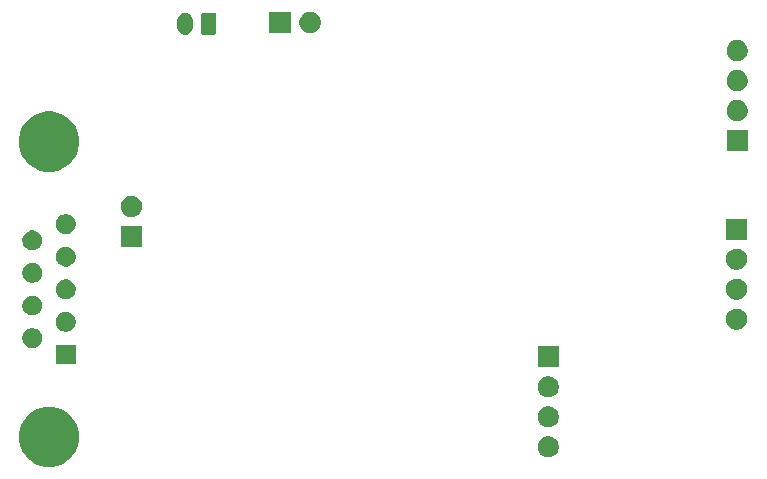
<source format=gbs>
G04 #@! TF.GenerationSoftware,KiCad,Pcbnew,(5.1.5-0)*
G04 #@! TF.CreationDate,2021-10-28T15:17:10-06:00*
G04 #@! TF.ProjectId,square_lockin,73717561-7265-45f6-9c6f-636b696e2e6b,rev?*
G04 #@! TF.SameCoordinates,Original*
G04 #@! TF.FileFunction,Soldermask,Bot*
G04 #@! TF.FilePolarity,Negative*
%FSLAX46Y46*%
G04 Gerber Fmt 4.6, Leading zero omitted, Abs format (unit mm)*
G04 Created by KiCad (PCBNEW (5.1.5-0)) date 2021-10-28 15:17:10*
%MOMM*%
%LPD*%
G04 APERTURE LIST*
%ADD10C,0.100000*%
G04 APERTURE END LIST*
D10*
G36*
X117474098Y-93627033D02*
G01*
X117905309Y-93805646D01*
X117938352Y-93819333D01*
X118356168Y-94098509D01*
X118711491Y-94453832D01*
X118947326Y-94806784D01*
X118990668Y-94871650D01*
X119182967Y-95335902D01*
X119281000Y-95828747D01*
X119281000Y-96331253D01*
X119182967Y-96824098D01*
X119034383Y-97182812D01*
X118990667Y-97288352D01*
X118711491Y-97706168D01*
X118356168Y-98061491D01*
X117938352Y-98340667D01*
X117938351Y-98340668D01*
X117938350Y-98340668D01*
X117474098Y-98532967D01*
X116981253Y-98631000D01*
X116478747Y-98631000D01*
X115985902Y-98532967D01*
X115521650Y-98340668D01*
X115521649Y-98340668D01*
X115521648Y-98340667D01*
X115103832Y-98061491D01*
X114748509Y-97706168D01*
X114469333Y-97288352D01*
X114425617Y-97182812D01*
X114277033Y-96824098D01*
X114179000Y-96331253D01*
X114179000Y-95828747D01*
X114277033Y-95335902D01*
X114469332Y-94871650D01*
X114512674Y-94806784D01*
X114748509Y-94453832D01*
X115103832Y-94098509D01*
X115521648Y-93819333D01*
X115554691Y-93805646D01*
X115985902Y-93627033D01*
X116478747Y-93529000D01*
X116981253Y-93529000D01*
X117474098Y-93627033D01*
G37*
G36*
X159113512Y-96023927D02*
G01*
X159262812Y-96053624D01*
X159426784Y-96121544D01*
X159574354Y-96220147D01*
X159699853Y-96345646D01*
X159798456Y-96493216D01*
X159866376Y-96657188D01*
X159901000Y-96831259D01*
X159901000Y-97008741D01*
X159866376Y-97182812D01*
X159798456Y-97346784D01*
X159699853Y-97494354D01*
X159574354Y-97619853D01*
X159426784Y-97718456D01*
X159262812Y-97786376D01*
X159113512Y-97816073D01*
X159088742Y-97821000D01*
X158911258Y-97821000D01*
X158886488Y-97816073D01*
X158737188Y-97786376D01*
X158573216Y-97718456D01*
X158425646Y-97619853D01*
X158300147Y-97494354D01*
X158201544Y-97346784D01*
X158133624Y-97182812D01*
X158099000Y-97008741D01*
X158099000Y-96831259D01*
X158133624Y-96657188D01*
X158201544Y-96493216D01*
X158300147Y-96345646D01*
X158425646Y-96220147D01*
X158573216Y-96121544D01*
X158737188Y-96053624D01*
X158886488Y-96023927D01*
X158911258Y-96019000D01*
X159088742Y-96019000D01*
X159113512Y-96023927D01*
G37*
G36*
X159113512Y-93483927D02*
G01*
X159262812Y-93513624D01*
X159426784Y-93581544D01*
X159574354Y-93680147D01*
X159699853Y-93805646D01*
X159798456Y-93953216D01*
X159866376Y-94117188D01*
X159901000Y-94291259D01*
X159901000Y-94468741D01*
X159866376Y-94642812D01*
X159798456Y-94806784D01*
X159699853Y-94954354D01*
X159574354Y-95079853D01*
X159426784Y-95178456D01*
X159262812Y-95246376D01*
X159113512Y-95276073D01*
X159088742Y-95281000D01*
X158911258Y-95281000D01*
X158886488Y-95276073D01*
X158737188Y-95246376D01*
X158573216Y-95178456D01*
X158425646Y-95079853D01*
X158300147Y-94954354D01*
X158201544Y-94806784D01*
X158133624Y-94642812D01*
X158099000Y-94468741D01*
X158099000Y-94291259D01*
X158133624Y-94117188D01*
X158201544Y-93953216D01*
X158300147Y-93805646D01*
X158425646Y-93680147D01*
X158573216Y-93581544D01*
X158737188Y-93513624D01*
X158886488Y-93483927D01*
X158911258Y-93479000D01*
X159088742Y-93479000D01*
X159113512Y-93483927D01*
G37*
G36*
X159113512Y-90943927D02*
G01*
X159262812Y-90973624D01*
X159426784Y-91041544D01*
X159574354Y-91140147D01*
X159699853Y-91265646D01*
X159798456Y-91413216D01*
X159866376Y-91577188D01*
X159901000Y-91751259D01*
X159901000Y-91928741D01*
X159866376Y-92102812D01*
X159798456Y-92266784D01*
X159699853Y-92414354D01*
X159574354Y-92539853D01*
X159426784Y-92638456D01*
X159262812Y-92706376D01*
X159113512Y-92736073D01*
X159088742Y-92741000D01*
X158911258Y-92741000D01*
X158886488Y-92736073D01*
X158737188Y-92706376D01*
X158573216Y-92638456D01*
X158425646Y-92539853D01*
X158300147Y-92414354D01*
X158201544Y-92266784D01*
X158133624Y-92102812D01*
X158099000Y-91928741D01*
X158099000Y-91751259D01*
X158133624Y-91577188D01*
X158201544Y-91413216D01*
X158300147Y-91265646D01*
X158425646Y-91140147D01*
X158573216Y-91041544D01*
X158737188Y-90973624D01*
X158886488Y-90943927D01*
X158911258Y-90939000D01*
X159088742Y-90939000D01*
X159113512Y-90943927D01*
G37*
G36*
X159901000Y-90201000D02*
G01*
X158099000Y-90201000D01*
X158099000Y-88399000D01*
X159901000Y-88399000D01*
X159901000Y-90201000D01*
G37*
G36*
X118988500Y-89938500D02*
G01*
X117311500Y-89938500D01*
X117311500Y-88261500D01*
X118988500Y-88261500D01*
X118988500Y-89938500D01*
G37*
G36*
X115554581Y-86913723D02*
G01*
X115707178Y-86976930D01*
X115844512Y-87068694D01*
X115961306Y-87185488D01*
X116053070Y-87322822D01*
X116116277Y-87475419D01*
X116148500Y-87637414D01*
X116148500Y-87802586D01*
X116116277Y-87964581D01*
X116053070Y-88117178D01*
X115961306Y-88254512D01*
X115844512Y-88371306D01*
X115707178Y-88463070D01*
X115554581Y-88526277D01*
X115392586Y-88558500D01*
X115227414Y-88558500D01*
X115065419Y-88526277D01*
X114912822Y-88463070D01*
X114775488Y-88371306D01*
X114658694Y-88254512D01*
X114566930Y-88117178D01*
X114503723Y-87964581D01*
X114471500Y-87802586D01*
X114471500Y-87637414D01*
X114503723Y-87475419D01*
X114566930Y-87322822D01*
X114658694Y-87185488D01*
X114775488Y-87068694D01*
X114912822Y-86976930D01*
X115065419Y-86913723D01*
X115227414Y-86881500D01*
X115392586Y-86881500D01*
X115554581Y-86913723D01*
G37*
G36*
X118394581Y-85533723D02*
G01*
X118547178Y-85596930D01*
X118684512Y-85688694D01*
X118801306Y-85805488D01*
X118893070Y-85942822D01*
X118956277Y-86095419D01*
X118988500Y-86257414D01*
X118988500Y-86422586D01*
X118956277Y-86584581D01*
X118893070Y-86737178D01*
X118801306Y-86874512D01*
X118684512Y-86991306D01*
X118547178Y-87083070D01*
X118394581Y-87146277D01*
X118232586Y-87178500D01*
X118067414Y-87178500D01*
X117905419Y-87146277D01*
X117752822Y-87083070D01*
X117615488Y-86991306D01*
X117498694Y-86874512D01*
X117406930Y-86737178D01*
X117343723Y-86584581D01*
X117311500Y-86422586D01*
X117311500Y-86257414D01*
X117343723Y-86095419D01*
X117406930Y-85942822D01*
X117498694Y-85805488D01*
X117615488Y-85688694D01*
X117752822Y-85596930D01*
X117905419Y-85533723D01*
X118067414Y-85501500D01*
X118232586Y-85501500D01*
X118394581Y-85533723D01*
G37*
G36*
X175063512Y-85223927D02*
G01*
X175212812Y-85253624D01*
X175376784Y-85321544D01*
X175524354Y-85420147D01*
X175649853Y-85545646D01*
X175748456Y-85693216D01*
X175816376Y-85857188D01*
X175851000Y-86031259D01*
X175851000Y-86208741D01*
X175816376Y-86382812D01*
X175748456Y-86546784D01*
X175649853Y-86694354D01*
X175524354Y-86819853D01*
X175376784Y-86918456D01*
X175212812Y-86986376D01*
X175063512Y-87016073D01*
X175038742Y-87021000D01*
X174861258Y-87021000D01*
X174836488Y-87016073D01*
X174687188Y-86986376D01*
X174523216Y-86918456D01*
X174375646Y-86819853D01*
X174250147Y-86694354D01*
X174151544Y-86546784D01*
X174083624Y-86382812D01*
X174049000Y-86208741D01*
X174049000Y-86031259D01*
X174083624Y-85857188D01*
X174151544Y-85693216D01*
X174250147Y-85545646D01*
X174375646Y-85420147D01*
X174523216Y-85321544D01*
X174687188Y-85253624D01*
X174836488Y-85223927D01*
X174861258Y-85219000D01*
X175038742Y-85219000D01*
X175063512Y-85223927D01*
G37*
G36*
X115554581Y-84153723D02*
G01*
X115707178Y-84216930D01*
X115844512Y-84308694D01*
X115961306Y-84425488D01*
X116053070Y-84562822D01*
X116116277Y-84715419D01*
X116148500Y-84877414D01*
X116148500Y-85042586D01*
X116116277Y-85204581D01*
X116053070Y-85357178D01*
X115961306Y-85494512D01*
X115844512Y-85611306D01*
X115707178Y-85703070D01*
X115554581Y-85766277D01*
X115392586Y-85798500D01*
X115227414Y-85798500D01*
X115065419Y-85766277D01*
X114912822Y-85703070D01*
X114775488Y-85611306D01*
X114658694Y-85494512D01*
X114566930Y-85357178D01*
X114503723Y-85204581D01*
X114471500Y-85042586D01*
X114471500Y-84877414D01*
X114503723Y-84715419D01*
X114566930Y-84562822D01*
X114658694Y-84425488D01*
X114775488Y-84308694D01*
X114912822Y-84216930D01*
X115065419Y-84153723D01*
X115227414Y-84121500D01*
X115392586Y-84121500D01*
X115554581Y-84153723D01*
G37*
G36*
X175063512Y-82683927D02*
G01*
X175212812Y-82713624D01*
X175376784Y-82781544D01*
X175524354Y-82880147D01*
X175649853Y-83005646D01*
X175748456Y-83153216D01*
X175816376Y-83317188D01*
X175851000Y-83491259D01*
X175851000Y-83668741D01*
X175816376Y-83842812D01*
X175748456Y-84006784D01*
X175649853Y-84154354D01*
X175524354Y-84279853D01*
X175376784Y-84378456D01*
X175212812Y-84446376D01*
X175063512Y-84476073D01*
X175038742Y-84481000D01*
X174861258Y-84481000D01*
X174836488Y-84476073D01*
X174687188Y-84446376D01*
X174523216Y-84378456D01*
X174375646Y-84279853D01*
X174250147Y-84154354D01*
X174151544Y-84006784D01*
X174083624Y-83842812D01*
X174049000Y-83668741D01*
X174049000Y-83491259D01*
X174083624Y-83317188D01*
X174151544Y-83153216D01*
X174250147Y-83005646D01*
X174375646Y-82880147D01*
X174523216Y-82781544D01*
X174687188Y-82713624D01*
X174836488Y-82683927D01*
X174861258Y-82679000D01*
X175038742Y-82679000D01*
X175063512Y-82683927D01*
G37*
G36*
X118394581Y-82773723D02*
G01*
X118547178Y-82836930D01*
X118684512Y-82928694D01*
X118801306Y-83045488D01*
X118893070Y-83182822D01*
X118956277Y-83335419D01*
X118988500Y-83497414D01*
X118988500Y-83662586D01*
X118956277Y-83824581D01*
X118893070Y-83977178D01*
X118801306Y-84114512D01*
X118684512Y-84231306D01*
X118547178Y-84323070D01*
X118394581Y-84386277D01*
X118232586Y-84418500D01*
X118067414Y-84418500D01*
X117905419Y-84386277D01*
X117752822Y-84323070D01*
X117615488Y-84231306D01*
X117498694Y-84114512D01*
X117406930Y-83977178D01*
X117343723Y-83824581D01*
X117311500Y-83662586D01*
X117311500Y-83497414D01*
X117343723Y-83335419D01*
X117406930Y-83182822D01*
X117498694Y-83045488D01*
X117615488Y-82928694D01*
X117752822Y-82836930D01*
X117905419Y-82773723D01*
X118067414Y-82741500D01*
X118232586Y-82741500D01*
X118394581Y-82773723D01*
G37*
G36*
X115554581Y-81393723D02*
G01*
X115707178Y-81456930D01*
X115844512Y-81548694D01*
X115961306Y-81665488D01*
X116053070Y-81802822D01*
X116116277Y-81955419D01*
X116148500Y-82117414D01*
X116148500Y-82282586D01*
X116116277Y-82444581D01*
X116053070Y-82597178D01*
X115961306Y-82734512D01*
X115844512Y-82851306D01*
X115707178Y-82943070D01*
X115554581Y-83006277D01*
X115392586Y-83038500D01*
X115227414Y-83038500D01*
X115065419Y-83006277D01*
X114912822Y-82943070D01*
X114775488Y-82851306D01*
X114658694Y-82734512D01*
X114566930Y-82597178D01*
X114503723Y-82444581D01*
X114471500Y-82282586D01*
X114471500Y-82117414D01*
X114503723Y-81955419D01*
X114566930Y-81802822D01*
X114658694Y-81665488D01*
X114775488Y-81548694D01*
X114912822Y-81456930D01*
X115065419Y-81393723D01*
X115227414Y-81361500D01*
X115392586Y-81361500D01*
X115554581Y-81393723D01*
G37*
G36*
X175063512Y-80143927D02*
G01*
X175212812Y-80173624D01*
X175376784Y-80241544D01*
X175524354Y-80340147D01*
X175649853Y-80465646D01*
X175748456Y-80613216D01*
X175816376Y-80777188D01*
X175851000Y-80951259D01*
X175851000Y-81128741D01*
X175816376Y-81302812D01*
X175748456Y-81466784D01*
X175649853Y-81614354D01*
X175524354Y-81739853D01*
X175376784Y-81838456D01*
X175212812Y-81906376D01*
X175063512Y-81936073D01*
X175038742Y-81941000D01*
X174861258Y-81941000D01*
X174836488Y-81936073D01*
X174687188Y-81906376D01*
X174523216Y-81838456D01*
X174375646Y-81739853D01*
X174250147Y-81614354D01*
X174151544Y-81466784D01*
X174083624Y-81302812D01*
X174049000Y-81128741D01*
X174049000Y-80951259D01*
X174083624Y-80777188D01*
X174151544Y-80613216D01*
X174250147Y-80465646D01*
X174375646Y-80340147D01*
X174523216Y-80241544D01*
X174687188Y-80173624D01*
X174836488Y-80143927D01*
X174861258Y-80139000D01*
X175038742Y-80139000D01*
X175063512Y-80143927D01*
G37*
G36*
X118394581Y-80013723D02*
G01*
X118547178Y-80076930D01*
X118684512Y-80168694D01*
X118801306Y-80285488D01*
X118893070Y-80422822D01*
X118956277Y-80575419D01*
X118988500Y-80737414D01*
X118988500Y-80902586D01*
X118956277Y-81064581D01*
X118893070Y-81217178D01*
X118801306Y-81354512D01*
X118684512Y-81471306D01*
X118547178Y-81563070D01*
X118394581Y-81626277D01*
X118232586Y-81658500D01*
X118067414Y-81658500D01*
X117905419Y-81626277D01*
X117752822Y-81563070D01*
X117615488Y-81471306D01*
X117498694Y-81354512D01*
X117406930Y-81217178D01*
X117343723Y-81064581D01*
X117311500Y-80902586D01*
X117311500Y-80737414D01*
X117343723Y-80575419D01*
X117406930Y-80422822D01*
X117498694Y-80285488D01*
X117615488Y-80168694D01*
X117752822Y-80076930D01*
X117905419Y-80013723D01*
X118067414Y-79981500D01*
X118232586Y-79981500D01*
X118394581Y-80013723D01*
G37*
G36*
X115554581Y-78633723D02*
G01*
X115707178Y-78696930D01*
X115844512Y-78788694D01*
X115961306Y-78905488D01*
X116053070Y-79042822D01*
X116116277Y-79195419D01*
X116148500Y-79357414D01*
X116148500Y-79522586D01*
X116116277Y-79684581D01*
X116053070Y-79837178D01*
X115961306Y-79974512D01*
X115844512Y-80091306D01*
X115707178Y-80183070D01*
X115554581Y-80246277D01*
X115392586Y-80278500D01*
X115227414Y-80278500D01*
X115065419Y-80246277D01*
X114912822Y-80183070D01*
X114775488Y-80091306D01*
X114658694Y-79974512D01*
X114566930Y-79837178D01*
X114503723Y-79684581D01*
X114471500Y-79522586D01*
X114471500Y-79357414D01*
X114503723Y-79195419D01*
X114566930Y-79042822D01*
X114658694Y-78905488D01*
X114775488Y-78788694D01*
X114912822Y-78696930D01*
X115065419Y-78633723D01*
X115227414Y-78601500D01*
X115392586Y-78601500D01*
X115554581Y-78633723D01*
G37*
G36*
X124601000Y-80001000D02*
G01*
X122799000Y-80001000D01*
X122799000Y-78199000D01*
X124601000Y-78199000D01*
X124601000Y-80001000D01*
G37*
G36*
X175851000Y-79401000D02*
G01*
X174049000Y-79401000D01*
X174049000Y-77599000D01*
X175851000Y-77599000D01*
X175851000Y-79401000D01*
G37*
G36*
X118394581Y-77253723D02*
G01*
X118547178Y-77316930D01*
X118684512Y-77408694D01*
X118801306Y-77525488D01*
X118893070Y-77662822D01*
X118956277Y-77815419D01*
X118988500Y-77977414D01*
X118988500Y-78142586D01*
X118956277Y-78304581D01*
X118893070Y-78457178D01*
X118801306Y-78594512D01*
X118684512Y-78711306D01*
X118547178Y-78803070D01*
X118394581Y-78866277D01*
X118232586Y-78898500D01*
X118067414Y-78898500D01*
X117905419Y-78866277D01*
X117752822Y-78803070D01*
X117615488Y-78711306D01*
X117498694Y-78594512D01*
X117406930Y-78457178D01*
X117343723Y-78304581D01*
X117311500Y-78142586D01*
X117311500Y-77977414D01*
X117343723Y-77815419D01*
X117406930Y-77662822D01*
X117498694Y-77525488D01*
X117615488Y-77408694D01*
X117752822Y-77316930D01*
X117905419Y-77253723D01*
X118067414Y-77221500D01*
X118232586Y-77221500D01*
X118394581Y-77253723D01*
G37*
G36*
X123813512Y-75663927D02*
G01*
X123962812Y-75693624D01*
X124126784Y-75761544D01*
X124274354Y-75860147D01*
X124399853Y-75985646D01*
X124498456Y-76133216D01*
X124566376Y-76297188D01*
X124601000Y-76471259D01*
X124601000Y-76648741D01*
X124566376Y-76822812D01*
X124498456Y-76986784D01*
X124399853Y-77134354D01*
X124274354Y-77259853D01*
X124126784Y-77358456D01*
X123962812Y-77426376D01*
X123813512Y-77456073D01*
X123788742Y-77461000D01*
X123611258Y-77461000D01*
X123586488Y-77456073D01*
X123437188Y-77426376D01*
X123273216Y-77358456D01*
X123125646Y-77259853D01*
X123000147Y-77134354D01*
X122901544Y-76986784D01*
X122833624Y-76822812D01*
X122799000Y-76648741D01*
X122799000Y-76471259D01*
X122833624Y-76297188D01*
X122901544Y-76133216D01*
X123000147Y-75985646D01*
X123125646Y-75860147D01*
X123273216Y-75761544D01*
X123437188Y-75693624D01*
X123586488Y-75663927D01*
X123611258Y-75659000D01*
X123788742Y-75659000D01*
X123813512Y-75663927D01*
G37*
G36*
X117474098Y-68627033D02*
G01*
X117938350Y-68819332D01*
X117938352Y-68819333D01*
X118356168Y-69098509D01*
X118711491Y-69453832D01*
X118990667Y-69871648D01*
X118990668Y-69871650D01*
X119182967Y-70335902D01*
X119281000Y-70828747D01*
X119281000Y-71331253D01*
X119182967Y-71824098D01*
X119151113Y-71901000D01*
X118990667Y-72288352D01*
X118711491Y-72706168D01*
X118356168Y-73061491D01*
X117938352Y-73340667D01*
X117938351Y-73340668D01*
X117938350Y-73340668D01*
X117474098Y-73532967D01*
X116981253Y-73631000D01*
X116478747Y-73631000D01*
X115985902Y-73532967D01*
X115521650Y-73340668D01*
X115521649Y-73340668D01*
X115521648Y-73340667D01*
X115103832Y-73061491D01*
X114748509Y-72706168D01*
X114469333Y-72288352D01*
X114308887Y-71901000D01*
X114277033Y-71824098D01*
X114179000Y-71331253D01*
X114179000Y-70828747D01*
X114277033Y-70335902D01*
X114469332Y-69871650D01*
X114469333Y-69871648D01*
X114748509Y-69453832D01*
X115103832Y-69098509D01*
X115521648Y-68819333D01*
X115521650Y-68819332D01*
X115985902Y-68627033D01*
X116478747Y-68529000D01*
X116981253Y-68529000D01*
X117474098Y-68627033D01*
G37*
G36*
X175901000Y-71901000D02*
G01*
X174099000Y-71901000D01*
X174099000Y-70099000D01*
X175901000Y-70099000D01*
X175901000Y-71901000D01*
G37*
G36*
X175113512Y-67563927D02*
G01*
X175262812Y-67593624D01*
X175426784Y-67661544D01*
X175574354Y-67760147D01*
X175699853Y-67885646D01*
X175798456Y-68033216D01*
X175866376Y-68197188D01*
X175901000Y-68371259D01*
X175901000Y-68548741D01*
X175866376Y-68722812D01*
X175798456Y-68886784D01*
X175699853Y-69034354D01*
X175574354Y-69159853D01*
X175426784Y-69258456D01*
X175262812Y-69326376D01*
X175113512Y-69356073D01*
X175088742Y-69361000D01*
X174911258Y-69361000D01*
X174886488Y-69356073D01*
X174737188Y-69326376D01*
X174573216Y-69258456D01*
X174425646Y-69159853D01*
X174300147Y-69034354D01*
X174201544Y-68886784D01*
X174133624Y-68722812D01*
X174099000Y-68548741D01*
X174099000Y-68371259D01*
X174133624Y-68197188D01*
X174201544Y-68033216D01*
X174300147Y-67885646D01*
X174425646Y-67760147D01*
X174573216Y-67661544D01*
X174737188Y-67593624D01*
X174886488Y-67563927D01*
X174911258Y-67559000D01*
X175088742Y-67559000D01*
X175113512Y-67563927D01*
G37*
G36*
X175113512Y-65023927D02*
G01*
X175262812Y-65053624D01*
X175426784Y-65121544D01*
X175574354Y-65220147D01*
X175699853Y-65345646D01*
X175798456Y-65493216D01*
X175866376Y-65657188D01*
X175901000Y-65831259D01*
X175901000Y-66008741D01*
X175866376Y-66182812D01*
X175798456Y-66346784D01*
X175699853Y-66494354D01*
X175574354Y-66619853D01*
X175426784Y-66718456D01*
X175262812Y-66786376D01*
X175113512Y-66816073D01*
X175088742Y-66821000D01*
X174911258Y-66821000D01*
X174886488Y-66816073D01*
X174737188Y-66786376D01*
X174573216Y-66718456D01*
X174425646Y-66619853D01*
X174300147Y-66494354D01*
X174201544Y-66346784D01*
X174133624Y-66182812D01*
X174099000Y-66008741D01*
X174099000Y-65831259D01*
X174133624Y-65657188D01*
X174201544Y-65493216D01*
X174300147Y-65345646D01*
X174425646Y-65220147D01*
X174573216Y-65121544D01*
X174737188Y-65053624D01*
X174886488Y-65023927D01*
X174911258Y-65019000D01*
X175088742Y-65019000D01*
X175113512Y-65023927D01*
G37*
G36*
X175113512Y-62483927D02*
G01*
X175262812Y-62513624D01*
X175426784Y-62581544D01*
X175574354Y-62680147D01*
X175699853Y-62805646D01*
X175798456Y-62953216D01*
X175866376Y-63117188D01*
X175901000Y-63291259D01*
X175901000Y-63468741D01*
X175866376Y-63642812D01*
X175798456Y-63806784D01*
X175699853Y-63954354D01*
X175574354Y-64079853D01*
X175426784Y-64178456D01*
X175262812Y-64246376D01*
X175113512Y-64276073D01*
X175088742Y-64281000D01*
X174911258Y-64281000D01*
X174886488Y-64276073D01*
X174737188Y-64246376D01*
X174573216Y-64178456D01*
X174425646Y-64079853D01*
X174300147Y-63954354D01*
X174201544Y-63806784D01*
X174133624Y-63642812D01*
X174099000Y-63468741D01*
X174099000Y-63291259D01*
X174133624Y-63117188D01*
X174201544Y-62953216D01*
X174300147Y-62805646D01*
X174425646Y-62680147D01*
X174573216Y-62581544D01*
X174737188Y-62513624D01*
X174886488Y-62483927D01*
X174911258Y-62479000D01*
X175088742Y-62479000D01*
X175113512Y-62483927D01*
G37*
G36*
X128377618Y-60183420D02*
G01*
X128458400Y-60207925D01*
X128500336Y-60220646D01*
X128613425Y-60281094D01*
X128712554Y-60362446D01*
X128793906Y-60461575D01*
X128854354Y-60574664D01*
X128854355Y-60574668D01*
X128891580Y-60697382D01*
X128901000Y-60793027D01*
X128901000Y-61406973D01*
X128891580Y-61502618D01*
X128869819Y-61574353D01*
X128854354Y-61625336D01*
X128793906Y-61738425D01*
X128712554Y-61837553D01*
X128613424Y-61918906D01*
X128500335Y-61979354D01*
X128468403Y-61989040D01*
X128377617Y-62016580D01*
X128250000Y-62029149D01*
X128122382Y-62016580D01*
X128031596Y-61989040D01*
X127999664Y-61979354D01*
X127886575Y-61918906D01*
X127787447Y-61837554D01*
X127706094Y-61738424D01*
X127645646Y-61625335D01*
X127630181Y-61574353D01*
X127608420Y-61502617D01*
X127599000Y-61406972D01*
X127599000Y-60793027D01*
X127608420Y-60697382D01*
X127645645Y-60574668D01*
X127645645Y-60574667D01*
X127677957Y-60514217D01*
X127706095Y-60461574D01*
X127735580Y-60425647D01*
X127787447Y-60362446D01*
X127886576Y-60281094D01*
X127999665Y-60220646D01*
X128041601Y-60207925D01*
X128122383Y-60183420D01*
X128250000Y-60170851D01*
X128377618Y-60183420D01*
G37*
G36*
X130741242Y-60178404D02*
G01*
X130778337Y-60189657D01*
X130812515Y-60207925D01*
X130842481Y-60232519D01*
X130867075Y-60262485D01*
X130885343Y-60296663D01*
X130896596Y-60333758D01*
X130901000Y-60378474D01*
X130901000Y-61821526D01*
X130896596Y-61866242D01*
X130885343Y-61903337D01*
X130867075Y-61937515D01*
X130842481Y-61967481D01*
X130812515Y-61992075D01*
X130778337Y-62010343D01*
X130741242Y-62021596D01*
X130696526Y-62026000D01*
X129803474Y-62026000D01*
X129758758Y-62021596D01*
X129721663Y-62010343D01*
X129687485Y-61992075D01*
X129657519Y-61967481D01*
X129632925Y-61937515D01*
X129614657Y-61903337D01*
X129603404Y-61866242D01*
X129599000Y-61821526D01*
X129599000Y-60378474D01*
X129603404Y-60333758D01*
X129614657Y-60296663D01*
X129632925Y-60262485D01*
X129657519Y-60232519D01*
X129687485Y-60207925D01*
X129721663Y-60189657D01*
X129758758Y-60178404D01*
X129803474Y-60174000D01*
X130696526Y-60174000D01*
X130741242Y-60178404D01*
G37*
G36*
X137201000Y-61901000D02*
G01*
X135399000Y-61901000D01*
X135399000Y-60099000D01*
X137201000Y-60099000D01*
X137201000Y-61901000D01*
G37*
G36*
X138953512Y-60103927D02*
G01*
X139102812Y-60133624D01*
X139266784Y-60201544D01*
X139414354Y-60300147D01*
X139539853Y-60425646D01*
X139638456Y-60573216D01*
X139706376Y-60737188D01*
X139741000Y-60911259D01*
X139741000Y-61088741D01*
X139706376Y-61262812D01*
X139638456Y-61426784D01*
X139539853Y-61574354D01*
X139414354Y-61699853D01*
X139266784Y-61798456D01*
X139102812Y-61866376D01*
X138953512Y-61896073D01*
X138928742Y-61901000D01*
X138751258Y-61901000D01*
X138726488Y-61896073D01*
X138577188Y-61866376D01*
X138413216Y-61798456D01*
X138265646Y-61699853D01*
X138140147Y-61574354D01*
X138041544Y-61426784D01*
X137973624Y-61262812D01*
X137939000Y-61088741D01*
X137939000Y-60911259D01*
X137973624Y-60737188D01*
X138041544Y-60573216D01*
X138140147Y-60425646D01*
X138265646Y-60300147D01*
X138413216Y-60201544D01*
X138577188Y-60133624D01*
X138726488Y-60103927D01*
X138751258Y-60099000D01*
X138928742Y-60099000D01*
X138953512Y-60103927D01*
G37*
M02*

</source>
